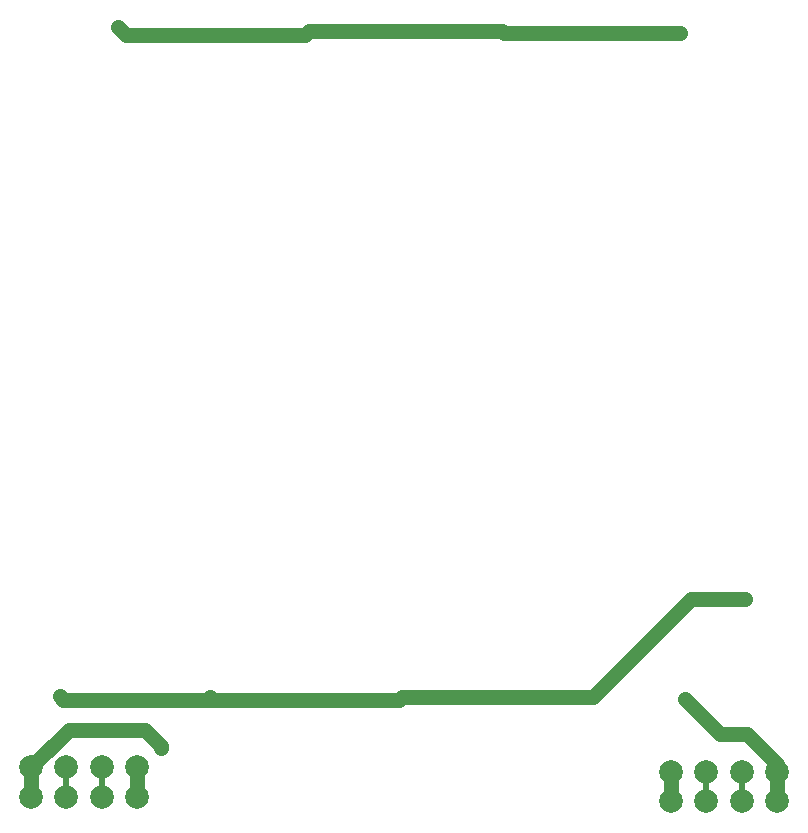
<source format=gbl>
G04 DipTrace 2.4.0.2*
%IN64xAPA102Crigid.gbl*%
%MOMM*%
%ADD13C,1.27*%
%ADD15C,0.508*%
%ADD17C,2.0*%
%ADD20C,1.143*%
%FSLAX53Y53*%
G04*
G71*
G90*
G75*
G01*
%LNBottom*%
%LPD*%
X73317Y30959D2*
D13*
X68776D1*
X60465Y22647D1*
X44251D1*
X44012Y22408D1*
X28218D1*
X15605D1*
X15314Y22699D1*
X28218Y22408D2*
X28011Y22615D1*
X21860Y16697D2*
Y14197D1*
X67011Y16322D2*
Y13822D1*
X73011Y16322D2*
D15*
Y13822D1*
X70011Y16322D2*
Y13822D1*
X15860Y16697D2*
Y14197D1*
X18860Y16697D2*
Y14197D1*
X67803Y78869D2*
D13*
X52929D1*
X52767Y79031D1*
X36370D1*
X36048Y78709D1*
X20888D1*
X20221Y79375D1*
X23856Y18296D2*
Y18497D1*
X22482Y19870D1*
X16033D1*
X12860Y16697D1*
Y14197D1*
X76011Y16322D2*
Y17005D1*
X73468Y19549D1*
X71163D1*
X68237Y22474D1*
X76011Y16322D2*
Y13822D1*
D20*
X15314Y22699D3*
X44012Y22408D3*
X73317Y30959D3*
X60465Y22647D3*
X20221Y79375D3*
X36048Y78709D3*
X52767Y79031D3*
X67803Y78869D3*
X28011Y22615D3*
X23856Y18296D3*
X68237Y22474D3*
D17*
X70011Y13822D3*
Y16322D3*
X73011Y13822D3*
Y16322D3*
X67011Y13822D3*
Y16322D3*
X76011Y13822D3*
Y16322D3*
X18860Y16697D3*
Y14197D3*
X15860Y16697D3*
Y14197D3*
X21860Y16697D3*
Y14197D3*
X12860Y16697D3*
Y14197D3*
M02*

</source>
